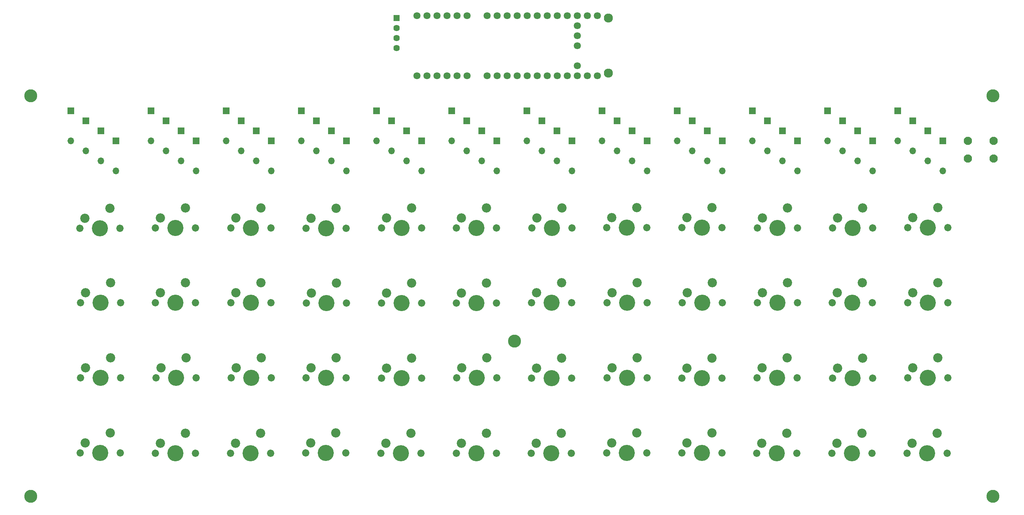
<source format=gbr>
%TF.GenerationSoftware,KiCad,Pcbnew,(5.1.6)-1*%
%TF.CreationDate,2020-05-25T17:04:52-05:00*%
%TF.ProjectId,cerkit48,6365726b-6974-4343-982e-6b696361645f,rev?*%
%TF.SameCoordinates,Original*%
%TF.FileFunction,Soldermask,Bot*%
%TF.FilePolarity,Negative*%
%FSLAX46Y46*%
G04 Gerber Fmt 4.6, Leading zero omitted, Abs format (unit mm)*
G04 Created by KiCad (PCBNEW (5.1.6)-1) date 2020-05-25 17:04:52*
%MOMM*%
%LPD*%
G01*
G04 APERTURE LIST*
%ADD10C,1.624000*%
%ADD11R,1.624000X1.624000*%
%ADD12C,3.300000*%
%ADD13C,2.350000*%
%ADD14C,4.087800*%
%ADD15C,1.850000*%
%ADD16C,1.800000*%
%ADD17C,2.300000*%
%ADD18C,2.100000*%
%ADD19O,1.700000X1.700000*%
%ADD20R,1.700000X1.700000*%
G04 APERTURE END LIST*
D10*
%TO.C,J1*%
X115570000Y-42545000D03*
X115570000Y-40005000D03*
X115570000Y-37465000D03*
D11*
X115570000Y-34925000D03*
%TD*%
D12*
%TO.C,H5*%
X266700000Y-156210000D03*
%TD*%
%TO.C,H4*%
X22860000Y-156210000D03*
%TD*%
%TO.C,H3*%
X145415000Y-116840000D03*
%TD*%
%TO.C,H2*%
X266700000Y-54610000D03*
%TD*%
%TO.C,H1*%
X22860000Y-54610000D03*
%TD*%
D13*
%TO.C,SW49*%
X252557254Y-140188329D03*
D14*
X250017254Y-145268329D03*
D13*
X246207254Y-142728329D03*
D15*
X244937254Y-145268329D03*
X255097254Y-145268329D03*
%TD*%
D13*
%TO.C,SW48*%
X233487934Y-140223492D03*
D14*
X230947934Y-145303492D03*
D13*
X227137934Y-142763492D03*
D15*
X225867934Y-145303492D03*
X236027934Y-145303492D03*
%TD*%
D13*
%TO.C,SW47*%
X214444637Y-140223492D03*
D14*
X211904637Y-145303492D03*
D13*
X208094637Y-142763492D03*
D15*
X206824637Y-145303492D03*
X216984637Y-145303492D03*
%TD*%
D13*
%TO.C,SW46*%
X195437498Y-140156095D03*
D14*
X192897498Y-145236095D03*
D13*
X189087498Y-142696095D03*
D15*
X187817498Y-145236095D03*
X197977498Y-145236095D03*
%TD*%
D13*
%TO.C,SW45*%
X176394473Y-140176119D03*
D14*
X173854473Y-145256119D03*
D13*
X170044473Y-142716119D03*
D15*
X168774473Y-145256119D03*
X178934473Y-145256119D03*
%TD*%
D13*
%TO.C,SW44*%
X157280644Y-140202563D03*
D14*
X154740644Y-145282563D03*
D13*
X150930644Y-142742563D03*
D15*
X149660644Y-145282563D03*
X159820644Y-145282563D03*
%TD*%
D13*
%TO.C,SW43*%
X138307876Y-140220190D03*
D14*
X135767876Y-145300190D03*
D13*
X131957876Y-142760190D03*
D15*
X130687876Y-145300190D03*
X140847876Y-145300190D03*
%TD*%
D13*
%TO.C,SW42*%
X119185230Y-140206961D03*
D14*
X116645230Y-145286961D03*
D13*
X112835230Y-142746961D03*
D15*
X111565230Y-145286961D03*
X121725230Y-145286961D03*
%TD*%
D13*
%TO.C,SW41*%
X100141933Y-140167281D03*
D14*
X97601933Y-145247281D03*
D13*
X93791933Y-142707281D03*
D15*
X92521933Y-145247281D03*
X102681933Y-145247281D03*
%TD*%
D13*
%TO.C,SW40*%
X81098636Y-140215766D03*
D14*
X78558636Y-145295766D03*
D13*
X74748636Y-142755766D03*
D15*
X73478636Y-145295766D03*
X83638636Y-145295766D03*
%TD*%
D13*
%TO.C,SW39*%
X62055339Y-140220169D03*
D14*
X59515339Y-145300169D03*
D13*
X55705339Y-142760169D03*
D15*
X54435339Y-145300169D03*
X64595339Y-145300169D03*
%TD*%
D13*
%TO.C,SW38*%
X43012042Y-140184898D03*
D14*
X40472042Y-145264898D03*
D13*
X36662042Y-142724898D03*
D15*
X35392042Y-145264898D03*
X45552042Y-145264898D03*
%TD*%
D13*
%TO.C,SW37*%
X252677308Y-121075185D03*
D14*
X250137308Y-126155185D03*
D13*
X246327308Y-123615185D03*
D15*
X245057308Y-126155185D03*
X255217308Y-126155185D03*
%TD*%
D13*
%TO.C,SW36*%
X233604277Y-121186653D03*
D14*
X231064277Y-126266653D03*
D13*
X227254277Y-123726653D03*
D15*
X225984277Y-126266653D03*
X236144277Y-126266653D03*
%TD*%
D13*
%TO.C,SW35*%
X214540512Y-121125190D03*
D14*
X212000512Y-126205190D03*
D13*
X208190512Y-123665190D03*
D15*
X206920512Y-126205190D03*
X217080512Y-126205190D03*
%TD*%
D13*
%TO.C,SW34*%
X195418085Y-121201384D03*
D14*
X192878085Y-126281384D03*
D13*
X189068085Y-123741384D03*
D15*
X187798085Y-126281384D03*
X197958085Y-126281384D03*
%TD*%
D13*
%TO.C,SW33*%
X176467682Y-121127069D03*
D14*
X173927682Y-126207069D03*
D13*
X170117682Y-123667069D03*
D15*
X168847682Y-126207069D03*
X179007682Y-126207069D03*
%TD*%
D13*
%TO.C,SW32*%
X157391926Y-121141223D03*
D14*
X154851926Y-126221223D03*
D13*
X151041926Y-123681223D03*
D15*
X149771926Y-126221223D03*
X159931926Y-126221223D03*
%TD*%
D13*
%TO.C,SW31*%
X138360576Y-121122050D03*
D14*
X135820576Y-126202050D03*
D13*
X132010576Y-123662050D03*
D15*
X130740576Y-126202050D03*
X140900576Y-126202050D03*
%TD*%
D13*
%TO.C,SW30*%
X119298698Y-121177779D03*
D14*
X116758698Y-126257779D03*
D13*
X112948698Y-123717779D03*
D15*
X111678698Y-126257779D03*
X121838698Y-126257779D03*
%TD*%
D13*
%TO.C,SW29*%
X100230097Y-121123984D03*
D14*
X97690097Y-126203984D03*
D13*
X93880097Y-123663984D03*
D15*
X92610097Y-126203984D03*
X102770097Y-126203984D03*
%TD*%
D13*
%TO.C,SW28*%
X81200651Y-121130529D03*
D14*
X78660651Y-126210529D03*
D13*
X74850651Y-123670529D03*
D15*
X73580651Y-126210529D03*
X83740651Y-126210529D03*
%TD*%
D13*
%TO.C,SW27*%
X62185707Y-121083807D03*
D14*
X59645707Y-126163807D03*
D13*
X55835707Y-123623807D03*
D15*
X54565707Y-126163807D03*
X64725707Y-126163807D03*
%TD*%
D13*
%TO.C,SW26*%
X43030936Y-121132107D03*
D14*
X40490936Y-126212107D03*
D13*
X36680936Y-123672107D03*
D15*
X35410936Y-126212107D03*
X45570936Y-126212107D03*
%TD*%
D13*
%TO.C,SW25*%
X252677308Y-102050467D03*
D14*
X250137308Y-107130467D03*
D13*
X246327308Y-104590467D03*
D15*
X245057308Y-107130467D03*
X255217308Y-107130467D03*
%TD*%
D13*
%TO.C,SW24*%
X233578275Y-102050467D03*
D14*
X231038275Y-107130467D03*
D13*
X227228275Y-104590467D03*
D15*
X225958275Y-107130467D03*
X236118275Y-107130467D03*
%TD*%
D13*
%TO.C,SW23*%
X214591434Y-102028035D03*
D14*
X212051434Y-107108035D03*
D13*
X208241434Y-104568035D03*
D15*
X206971434Y-107108035D03*
X217131434Y-107108035D03*
%TD*%
D13*
%TO.C,SW22*%
X195515677Y-102042189D03*
D14*
X192975677Y-107122189D03*
D13*
X189165677Y-104582189D03*
D15*
X187895677Y-107122189D03*
X198055677Y-107122189D03*
%TD*%
D13*
%TO.C,SW21*%
X176490959Y-102042189D03*
D14*
X173950959Y-107122189D03*
D13*
X170140959Y-104582189D03*
D15*
X168870959Y-107122189D03*
X179030959Y-107122189D03*
%TD*%
D13*
%TO.C,SW20*%
X157317610Y-102042189D03*
D14*
X154777610Y-107122189D03*
D13*
X150967610Y-104582189D03*
D15*
X149697610Y-107122189D03*
X159857610Y-107122189D03*
%TD*%
D13*
%TO.C,SW19*%
X138292892Y-102116504D03*
D14*
X135752892Y-107196504D03*
D13*
X131942892Y-104656504D03*
D15*
X130672892Y-107196504D03*
X140832892Y-107196504D03*
%TD*%
D13*
%TO.C,SW18*%
X119342489Y-102116504D03*
D14*
X116802489Y-107196504D03*
D13*
X112992489Y-104656504D03*
D15*
X111722489Y-107196504D03*
X121882489Y-107196504D03*
%TD*%
D13*
%TO.C,SW17*%
X100253722Y-102107389D03*
D14*
X97713722Y-107187389D03*
D13*
X93903722Y-104647389D03*
D15*
X92633722Y-107187389D03*
X102793722Y-107187389D03*
%TD*%
D13*
%TO.C,SW16*%
X81154688Y-102033073D03*
D14*
X78614688Y-107113073D03*
D13*
X74804688Y-104573073D03*
D15*
X73534688Y-107113073D03*
X83694688Y-107113073D03*
%TD*%
D13*
%TO.C,SW15*%
X62055655Y-102033073D03*
D14*
X59515655Y-107113073D03*
D13*
X55705655Y-104573073D03*
D15*
X54435655Y-107113073D03*
X64595655Y-107113073D03*
%TD*%
D13*
%TO.C,SW14*%
X43030936Y-102033073D03*
D14*
X40490936Y-107113073D03*
D13*
X36680936Y-104573073D03*
D15*
X35410936Y-107113073D03*
X45570936Y-107113073D03*
%TD*%
D13*
%TO.C,SW13*%
X252677308Y-83025749D03*
D14*
X250137308Y-88105749D03*
D13*
X246327308Y-85565749D03*
D15*
X245057308Y-88105749D03*
X255217308Y-88105749D03*
%TD*%
D13*
%TO.C,SW12*%
X233616152Y-83077632D03*
D14*
X231076152Y-88157632D03*
D13*
X227266152Y-85617632D03*
D15*
X225996152Y-88157632D03*
X236156152Y-88157632D03*
%TD*%
D13*
%TO.C,SW11*%
X214591434Y-83077632D03*
D14*
X212051434Y-88157632D03*
D13*
X208241434Y-85617632D03*
D15*
X206971434Y-88157632D03*
X217131434Y-88157632D03*
%TD*%
D13*
%TO.C,SW10*%
X195492400Y-83003317D03*
D14*
X192952400Y-88083317D03*
D13*
X189142400Y-85543317D03*
D15*
X187872400Y-88083317D03*
X198032400Y-88083317D03*
%TD*%
D13*
%TO.C,SW9*%
X176393367Y-83003317D03*
D14*
X173853367Y-88083317D03*
D13*
X170043367Y-85543317D03*
D15*
X168773367Y-88083317D03*
X178933367Y-88083317D03*
%TD*%
D13*
%TO.C,SW8*%
X157442964Y-83077632D03*
D14*
X154902964Y-88157632D03*
D13*
X151092964Y-85617632D03*
D15*
X149822964Y-88157632D03*
X159982964Y-88157632D03*
%TD*%
D13*
%TO.C,SW7*%
X138269615Y-83077632D03*
D14*
X135729615Y-88157632D03*
D13*
X131919615Y-85617632D03*
D15*
X130649615Y-88157632D03*
X140809615Y-88157632D03*
%TD*%
D13*
%TO.C,SW6*%
X119319212Y-83077632D03*
D14*
X116779212Y-88157632D03*
D13*
X112969212Y-85617632D03*
D15*
X111699212Y-88157632D03*
X121859212Y-88157632D03*
%TD*%
D13*
%TO.C,SW5*%
X100246742Y-83151162D03*
D14*
X97706742Y-88231162D03*
D13*
X93896742Y-85691162D03*
D15*
X92626742Y-88231162D03*
X102786742Y-88231162D03*
%TD*%
D13*
%TO.C,SW4*%
X81185235Y-83096470D03*
D14*
X78645235Y-88176470D03*
D13*
X74835235Y-85636470D03*
D15*
X73565235Y-88176470D03*
X83725235Y-88176470D03*
%TD*%
D13*
%TO.C,SW3*%
X62018345Y-83096470D03*
D14*
X59478345Y-88176470D03*
D13*
X55668345Y-85636470D03*
D15*
X54398345Y-88176470D03*
X64558345Y-88176470D03*
%TD*%
D13*
%TO.C,SW2*%
X42909463Y-83141696D03*
D14*
X40369463Y-88221696D03*
D13*
X36559463Y-85681696D03*
D15*
X35289463Y-88221696D03*
X45449463Y-88221696D03*
%TD*%
D16*
%TO.C,U1*%
X166380000Y-49525000D03*
X163840000Y-34310000D03*
D17*
X169204800Y-48915000D03*
X169204800Y-34919600D03*
D16*
X166380000Y-34310000D03*
X161300000Y-36850000D03*
X161300000Y-34310000D03*
X158760000Y-34310000D03*
X156220000Y-34310000D03*
X153680000Y-34310000D03*
X161300000Y-39390000D03*
X161300000Y-41930000D03*
X151140000Y-34310000D03*
X148600000Y-34310000D03*
X146060000Y-34310000D03*
X143520000Y-34310000D03*
X140980000Y-34310000D03*
X138440000Y-34310000D03*
X130820000Y-34310000D03*
X125740000Y-34310000D03*
X123200000Y-34310000D03*
X128280000Y-34310000D03*
X120660000Y-34310000D03*
X133360000Y-34310000D03*
X163840000Y-49525000D03*
X161300000Y-49525000D03*
X156220000Y-49525000D03*
X161300000Y-46985000D03*
X158760000Y-49525000D03*
X153680000Y-49525000D03*
X151140000Y-49525000D03*
X148600000Y-49525000D03*
X143520000Y-49525000D03*
X140980000Y-49525000D03*
X146060000Y-49525000D03*
X138440000Y-49525000D03*
X130820000Y-49525000D03*
X133360000Y-49525000D03*
X125740000Y-49525000D03*
X128280000Y-49525000D03*
X123200000Y-49525000D03*
X120660000Y-49525000D03*
%TD*%
D18*
%TO.C,SW1*%
X266850000Y-66040000D03*
X266850000Y-70540000D03*
X260350000Y-66040000D03*
X260350000Y-70540000D03*
%TD*%
D19*
%TO.C,D48*%
X254000000Y-73660000D03*
D20*
X254000000Y-66040000D03*
%TD*%
D19*
%TO.C,D47*%
X236220000Y-73660000D03*
D20*
X236220000Y-66040000D03*
%TD*%
D19*
%TO.C,D46*%
X217170000Y-73660000D03*
D20*
X217170000Y-66040000D03*
%TD*%
D19*
%TO.C,D45*%
X198120000Y-73660000D03*
D20*
X198120000Y-66040000D03*
%TD*%
D19*
%TO.C,D44*%
X179070000Y-73660000D03*
D20*
X179070000Y-66040000D03*
%TD*%
D19*
%TO.C,D43*%
X160020000Y-73660000D03*
D20*
X160020000Y-66040000D03*
%TD*%
D19*
%TO.C,D42*%
X140970000Y-73660000D03*
D20*
X140970000Y-66040000D03*
%TD*%
D19*
%TO.C,D41*%
X121920000Y-73660000D03*
D20*
X121920000Y-66040000D03*
%TD*%
D19*
%TO.C,D40*%
X102870000Y-73660000D03*
D20*
X102870000Y-66040000D03*
%TD*%
%TO.C,D39*%
X83820000Y-66040000D03*
D19*
X83820000Y-73660000D03*
%TD*%
%TO.C,D38*%
X64770000Y-73660000D03*
D20*
X64770000Y-66040000D03*
%TD*%
%TO.C,D37*%
X44450000Y-66040000D03*
D19*
X44450000Y-73660000D03*
%TD*%
%TO.C,D36*%
X250190000Y-71120000D03*
D20*
X250190000Y-63500000D03*
%TD*%
D19*
%TO.C,D35*%
X232410000Y-71120000D03*
D20*
X232410000Y-63500000D03*
%TD*%
D19*
%TO.C,D34*%
X213360000Y-71120000D03*
D20*
X213360000Y-63500000D03*
%TD*%
D19*
%TO.C,D33*%
X194310000Y-71120000D03*
D20*
X194310000Y-63500000D03*
%TD*%
D19*
%TO.C,D32*%
X175260000Y-71120000D03*
D20*
X175260000Y-63500000D03*
%TD*%
D19*
%TO.C,D31*%
X156210000Y-71120000D03*
D20*
X156210000Y-63500000D03*
%TD*%
D19*
%TO.C,D30*%
X137160000Y-71120000D03*
D20*
X137160000Y-63500000D03*
%TD*%
D19*
%TO.C,D29*%
X118110000Y-71120000D03*
D20*
X118110000Y-63500000D03*
%TD*%
D19*
%TO.C,D28*%
X99060000Y-71120000D03*
D20*
X99060000Y-63500000D03*
%TD*%
%TO.C,D27*%
X80010000Y-63500000D03*
D19*
X80010000Y-71120000D03*
%TD*%
%TO.C,D26*%
X60960000Y-71120000D03*
D20*
X60960000Y-63500000D03*
%TD*%
%TO.C,D25*%
X40640000Y-63500000D03*
D19*
X40640000Y-71120000D03*
%TD*%
%TO.C,D24*%
X246380000Y-68580000D03*
D20*
X246380000Y-60960000D03*
%TD*%
D19*
%TO.C,D23*%
X228600000Y-68580000D03*
D20*
X228600000Y-60960000D03*
%TD*%
D19*
%TO.C,D22*%
X209550000Y-68580000D03*
D20*
X209550000Y-60960000D03*
%TD*%
D19*
%TO.C,D21*%
X190500000Y-68580000D03*
D20*
X190500000Y-60960000D03*
%TD*%
D19*
%TO.C,D20*%
X171450000Y-68580000D03*
D20*
X171450000Y-60960000D03*
%TD*%
D19*
%TO.C,D19*%
X152400000Y-68580000D03*
D20*
X152400000Y-60960000D03*
%TD*%
D19*
%TO.C,D18*%
X133350000Y-68580000D03*
D20*
X133350000Y-60960000D03*
%TD*%
D19*
%TO.C,D17*%
X114300000Y-68580000D03*
D20*
X114300000Y-60960000D03*
%TD*%
D19*
%TO.C,D16*%
X95250000Y-68580000D03*
D20*
X95250000Y-60960000D03*
%TD*%
%TO.C,D15*%
X76200000Y-60960000D03*
D19*
X76200000Y-68580000D03*
%TD*%
%TO.C,D14*%
X57150000Y-68580000D03*
D20*
X57150000Y-60960000D03*
%TD*%
%TO.C,D13*%
X36830000Y-60960000D03*
D19*
X36830000Y-68580000D03*
%TD*%
%TO.C,D12*%
X242570000Y-66040000D03*
D20*
X242570000Y-58420000D03*
%TD*%
D19*
%TO.C,D11*%
X224790000Y-66040000D03*
D20*
X224790000Y-58420000D03*
%TD*%
D19*
%TO.C,D10*%
X205740000Y-66040000D03*
D20*
X205740000Y-58420000D03*
%TD*%
D19*
%TO.C,D9*%
X186690000Y-66040000D03*
D20*
X186690000Y-58420000D03*
%TD*%
D19*
%TO.C,D8*%
X167640000Y-66040000D03*
D20*
X167640000Y-58420000D03*
%TD*%
D19*
%TO.C,D7*%
X148590000Y-66040000D03*
D20*
X148590000Y-58420000D03*
%TD*%
D19*
%TO.C,D6*%
X129540000Y-66040000D03*
D20*
X129540000Y-58420000D03*
%TD*%
D19*
%TO.C,D5*%
X110490000Y-66040000D03*
D20*
X110490000Y-58420000D03*
%TD*%
D19*
%TO.C,D4*%
X91440000Y-66040000D03*
D20*
X91440000Y-58420000D03*
%TD*%
%TO.C,D3*%
X72390000Y-58420000D03*
D19*
X72390000Y-66040000D03*
%TD*%
%TO.C,D2*%
X53340000Y-66040000D03*
D20*
X53340000Y-58420000D03*
%TD*%
%TO.C,D1*%
X33020000Y-58420000D03*
D19*
X33020000Y-66040000D03*
%TD*%
M02*

</source>
